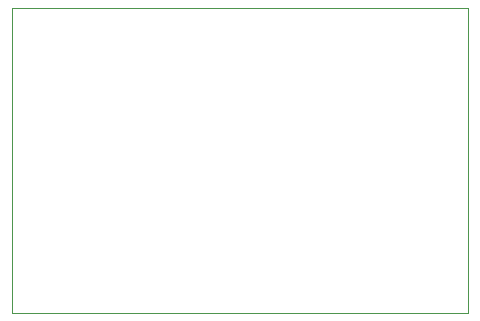
<source format=gbr>
G04 #@! TF.FileFunction,Profile,NP*
%FSLAX46Y46*%
G04 Gerber Fmt 4.6, Leading zero omitted, Abs format (unit mm)*
G04 Created by KiCad (PCBNEW 0.201503261001+5536~22~ubuntu14.04.1-product) date Sun 29 Mar 2015 21:21:47 CEST*
%MOMM*%
G01*
G04 APERTURE LIST*
%ADD10C,0.100000*%
G04 APERTURE END LIST*
D10*
X87122000Y-84836000D02*
X87122000Y-59055000D01*
X125730000Y-84836000D02*
X87122000Y-84836000D01*
X125730000Y-59055000D02*
X125730000Y-84836000D01*
X87122000Y-59055000D02*
X125730000Y-59055000D01*
M02*

</source>
